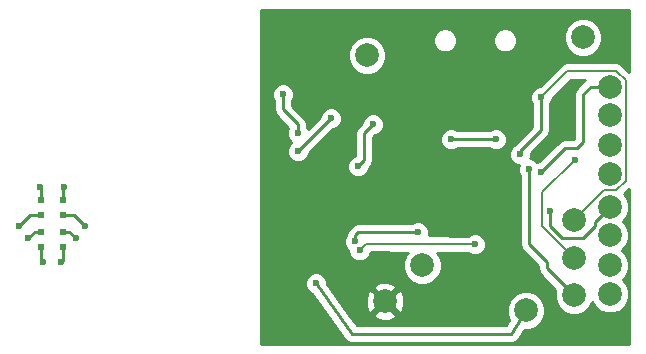
<source format=gbr>
G04 #@! TF.FileFunction,Copper,L2,Bot,Signal*
%FSLAX46Y46*%
G04 Gerber Fmt 4.6, Leading zero omitted, Abs format (unit mm)*
G04 Created by KiCad (PCBNEW 4.0.0-rc1-stable) date 11/13/2015 10:46:54 AM*
%MOMM*%
G01*
G04 APERTURE LIST*
%ADD10C,0.100000*%
%ADD11R,0.500000X0.500000*%
%ADD12C,1.998980*%
%ADD13C,0.600000*%
%ADD14C,0.250000*%
%ADD15C,0.200000*%
%ADD16C,0.254000*%
G04 APERTURE END LIST*
D10*
D11*
X105780000Y-110712000D03*
X105780000Y-109402000D03*
X105780000Y-108022000D03*
X105780000Y-106712000D03*
X107580000Y-106712000D03*
X107580000Y-108022000D03*
X107580000Y-109402000D03*
X107580000Y-110712000D03*
D12*
X133350000Y-94488000D03*
X146812000Y-116078000D03*
X151638000Y-92964000D03*
X138049000Y-112268000D03*
X134874000Y-115316000D03*
X150876000Y-114808000D03*
X150876000Y-111633000D03*
X150876000Y-108458000D03*
X153924000Y-99568000D03*
X153924000Y-102108000D03*
X153924000Y-97138000D03*
X153924000Y-104538000D03*
X153924000Y-109728000D03*
X153924000Y-112268000D03*
X153924000Y-107298000D03*
X153924000Y-114698000D03*
D13*
X127508000Y-101092000D03*
X126238000Y-97790000D03*
X127508000Y-102616000D03*
X130302000Y-99822000D03*
X136652000Y-96012000D03*
X148336000Y-95758000D03*
X143764000Y-115062000D03*
X142494000Y-104902000D03*
X141478000Y-105918000D03*
X143510000Y-104902000D03*
X141478000Y-106934000D03*
X142494000Y-106934000D03*
X143510000Y-106934000D03*
X143510000Y-105918000D03*
X141478000Y-104902000D03*
X138938000Y-102362000D03*
X142494000Y-105918000D03*
X150241000Y-100965000D03*
X132334000Y-110236000D03*
X137668000Y-109474000D03*
X144272000Y-101600000D03*
X140462000Y-101600000D03*
X129032000Y-113792000D03*
X148082000Y-98044000D03*
X146304000Y-102870000D03*
X148082000Y-104394000D03*
X150945300Y-103342500D03*
X147066000Y-104140000D03*
X148844000Y-107696000D03*
X133858000Y-100330000D03*
X132588000Y-103886000D03*
X105918000Y-112014000D03*
X104648000Y-109982000D03*
X103886000Y-108966000D03*
X109474000Y-108966000D03*
X108712000Y-109982000D03*
X107442000Y-112014000D03*
X132722000Y-110984400D03*
X142494000Y-110490000D03*
X105664000Y-105664000D03*
X107696000Y-105664000D03*
D14*
X127508000Y-100330000D02*
X127508000Y-101092000D01*
X126238000Y-99060000D02*
X127508000Y-100330000D01*
X126238000Y-97790000D02*
X126238000Y-99060000D01*
X130302000Y-99822000D02*
X127508000Y-102616000D01*
X132334000Y-109728000D02*
X132334000Y-110236000D01*
X132588000Y-109474000D02*
X132334000Y-109728000D01*
X137668000Y-109474000D02*
X132588000Y-109474000D01*
X144272000Y-101600000D02*
X140462000Y-101600000D01*
X146812000Y-116078000D02*
X145542000Y-118110000D01*
X145542000Y-118110000D02*
X132080000Y-118110000D01*
X132080000Y-118110000D02*
X129032000Y-113792000D01*
X146304000Y-102616000D02*
X146304000Y-102870000D01*
X148082000Y-100838000D02*
X146304000Y-102616000D01*
X148082000Y-98044000D02*
X148082000Y-100838000D01*
D15*
X153416000Y-105918000D02*
X150876000Y-108458000D01*
X154410300Y-105918000D02*
X153416000Y-105918000D01*
X155251600Y-105076700D02*
X154410300Y-105918000D01*
X155251600Y-96602900D02*
X155251600Y-105076700D01*
X154465800Y-95817100D02*
X155251600Y-96602900D01*
X150308900Y-95817100D02*
X154465800Y-95817100D01*
X148082000Y-98044000D02*
X150308900Y-95817100D01*
D14*
X152290000Y-97138000D02*
X153924000Y-97138000D01*
X151638000Y-97790000D02*
X152290000Y-97138000D01*
X151638000Y-101854000D02*
X151638000Y-97790000D01*
X151130000Y-102362000D02*
X151638000Y-101854000D01*
X150114000Y-102362000D02*
X151130000Y-102362000D01*
X148082000Y-104394000D02*
X150114000Y-102362000D01*
D15*
X148198500Y-106089300D02*
X150945300Y-103342500D01*
X148198500Y-108955500D02*
X148198500Y-106089300D01*
X150876000Y-111633000D02*
X148198500Y-108955500D01*
D14*
X148590000Y-112522000D02*
X150876000Y-114808000D01*
X148590000Y-112014000D02*
X148590000Y-112522000D01*
X147066000Y-110490000D02*
X148590000Y-112014000D01*
X147066000Y-104140000D02*
X147066000Y-110490000D01*
X152654000Y-108568000D02*
X153924000Y-107298000D01*
X152654000Y-108966000D02*
X152654000Y-108568000D01*
X151638000Y-109982000D02*
X152654000Y-108966000D01*
X149860000Y-109982000D02*
X151638000Y-109982000D01*
X148844000Y-108966000D02*
X149860000Y-109982000D01*
X148844000Y-107696000D02*
X148844000Y-108966000D01*
X133096000Y-101092000D02*
X133858000Y-100330000D01*
X133096000Y-103378000D02*
X133096000Y-101092000D01*
X132588000Y-103886000D02*
X133096000Y-103378000D01*
X105780000Y-111876000D02*
X105780000Y-110712000D01*
X105918000Y-112014000D02*
X105780000Y-111876000D01*
X105228000Y-109402000D02*
X105780000Y-109402000D01*
X104648000Y-109982000D02*
X105228000Y-109402000D01*
X104830000Y-108022000D02*
X105780000Y-108022000D01*
X103886000Y-108966000D02*
X104830000Y-108022000D01*
X108530000Y-108022000D02*
X107580000Y-108022000D01*
X109474000Y-108966000D02*
X108530000Y-108022000D01*
X108132000Y-109402000D02*
X107580000Y-109402000D01*
X108712000Y-109982000D02*
X108132000Y-109402000D01*
X107580000Y-111876000D02*
X107580000Y-110712000D01*
X107442000Y-112014000D02*
X107580000Y-111876000D01*
D15*
X142494000Y-110490000D02*
X133272400Y-110434000D01*
X133272400Y-110434000D02*
X132722000Y-110984400D01*
D14*
X105780000Y-105780000D02*
X105780000Y-106712000D01*
X105664000Y-105664000D02*
X105780000Y-105780000D01*
X107580000Y-105780000D02*
X107580000Y-106712000D01*
X107696000Y-105664000D02*
X107580000Y-105780000D01*
D16*
G36*
X155575000Y-95886854D02*
X154985523Y-95297377D01*
X154747072Y-95138049D01*
X154465800Y-95082100D01*
X150308900Y-95082100D01*
X150027628Y-95138049D01*
X149789176Y-95297377D01*
X147977645Y-97108908D01*
X147896833Y-97108838D01*
X147553057Y-97250883D01*
X147289808Y-97513673D01*
X147147162Y-97857201D01*
X147146838Y-98229167D01*
X147288883Y-98572943D01*
X147322000Y-98606118D01*
X147322000Y-100523198D01*
X145766599Y-102078599D01*
X145753100Y-102098802D01*
X145511808Y-102339673D01*
X145369162Y-102683201D01*
X145368838Y-103055167D01*
X145510883Y-103398943D01*
X145773673Y-103662192D01*
X146117201Y-103804838D01*
X146192741Y-103804904D01*
X146131162Y-103953201D01*
X146130838Y-104325167D01*
X146272883Y-104668943D01*
X146306000Y-104702118D01*
X146306000Y-110490000D01*
X146363852Y-110780839D01*
X146528599Y-111027401D01*
X147830000Y-112328802D01*
X147830000Y-112522000D01*
X147887852Y-112812839D01*
X148052599Y-113059401D01*
X149310115Y-114316917D01*
X149241794Y-114481453D01*
X149241226Y-115131694D01*
X149489538Y-115732655D01*
X149948927Y-116192846D01*
X150549453Y-116442206D01*
X151199694Y-116442774D01*
X151800655Y-116194462D01*
X152260846Y-115735073D01*
X152422816Y-115345006D01*
X152537538Y-115622655D01*
X152996927Y-116082846D01*
X153597453Y-116332206D01*
X154247694Y-116332774D01*
X154848655Y-116084462D01*
X155308846Y-115625073D01*
X155558206Y-115024547D01*
X155558774Y-114374306D01*
X155310462Y-113773345D01*
X155020520Y-113482897D01*
X155308846Y-113195073D01*
X155558206Y-112594547D01*
X155558774Y-111944306D01*
X155310462Y-111343345D01*
X154965520Y-110997801D01*
X155308846Y-110655073D01*
X155558206Y-110054547D01*
X155558774Y-109404306D01*
X155310462Y-108803345D01*
X155020520Y-108512897D01*
X155308846Y-108225073D01*
X155558206Y-107624547D01*
X155558774Y-106974306D01*
X155310462Y-106373345D01*
X155152569Y-106215177D01*
X155575000Y-105792747D01*
X155575000Y-118924000D01*
X124408000Y-118924000D01*
X124408000Y-113977167D01*
X128096838Y-113977167D01*
X128238883Y-114320943D01*
X128501673Y-114584192D01*
X128726958Y-114677739D01*
X131459105Y-118548280D01*
X131506376Y-118593189D01*
X131542599Y-118647401D01*
X131612843Y-118694337D01*
X131674090Y-118752523D01*
X131734947Y-118775924D01*
X131789161Y-118812148D01*
X131872017Y-118828629D01*
X131950871Y-118858950D01*
X132016053Y-118857280D01*
X132080000Y-118870000D01*
X145542000Y-118870000D01*
X145626638Y-118853164D01*
X145712893Y-118850537D01*
X145770680Y-118824512D01*
X145832839Y-118812148D01*
X145904591Y-118764205D01*
X145983276Y-118728769D01*
X146026705Y-118682611D01*
X146079401Y-118647401D01*
X146127343Y-118575650D01*
X146186479Y-118512799D01*
X146686740Y-117712382D01*
X147135694Y-117712774D01*
X147736655Y-117464462D01*
X148196846Y-117005073D01*
X148446206Y-116404547D01*
X148446774Y-115754306D01*
X148198462Y-115153345D01*
X147739073Y-114693154D01*
X147138547Y-114443794D01*
X146488306Y-114443226D01*
X145887345Y-114691538D01*
X145427154Y-115150927D01*
X145177794Y-115751453D01*
X145177226Y-116401694D01*
X145390644Y-116918205D01*
X145120772Y-117350000D01*
X132473799Y-117350000D01*
X131851327Y-116468163D01*
X133901443Y-116468163D01*
X134000042Y-116734965D01*
X134609582Y-116961401D01*
X135259377Y-116937341D01*
X135747958Y-116734965D01*
X135846557Y-116468163D01*
X134874000Y-115495605D01*
X133901443Y-116468163D01*
X131851327Y-116468163D01*
X130851387Y-115051582D01*
X133228599Y-115051582D01*
X133252659Y-115701377D01*
X133455035Y-116189958D01*
X133721837Y-116288557D01*
X134694395Y-115316000D01*
X135053605Y-115316000D01*
X136026163Y-116288557D01*
X136292965Y-116189958D01*
X136519401Y-115580418D01*
X136495341Y-114930623D01*
X136292965Y-114442042D01*
X136026163Y-114343443D01*
X135053605Y-115316000D01*
X134694395Y-115316000D01*
X133721837Y-114343443D01*
X133455035Y-114442042D01*
X133228599Y-115051582D01*
X130851387Y-115051582D01*
X130224744Y-114163837D01*
X133901443Y-114163837D01*
X134874000Y-115136395D01*
X135846557Y-114163837D01*
X135747958Y-113897035D01*
X135138418Y-113670599D01*
X134488623Y-113694659D01*
X134000042Y-113897035D01*
X133901443Y-114163837D01*
X130224744Y-114163837D01*
X129966995Y-113798694D01*
X129967162Y-113606833D01*
X129825117Y-113263057D01*
X129562327Y-112999808D01*
X129218799Y-112857162D01*
X128846833Y-112856838D01*
X128503057Y-112998883D01*
X128239808Y-113261673D01*
X128097162Y-113605201D01*
X128096838Y-113977167D01*
X124408000Y-113977167D01*
X124408000Y-110421167D01*
X131398838Y-110421167D01*
X131540883Y-110764943D01*
X131786976Y-111011466D01*
X131786838Y-111169567D01*
X131928883Y-111513343D01*
X132191673Y-111776592D01*
X132535201Y-111919238D01*
X132907167Y-111919562D01*
X133250943Y-111777517D01*
X133514192Y-111514727D01*
X133656776Y-111171347D01*
X136814818Y-111190525D01*
X136664154Y-111340927D01*
X136414794Y-111941453D01*
X136414226Y-112591694D01*
X136662538Y-113192655D01*
X137121927Y-113652846D01*
X137722453Y-113902206D01*
X138372694Y-113902774D01*
X138973655Y-113654462D01*
X139433846Y-113195073D01*
X139683206Y-112594547D01*
X139683774Y-111944306D01*
X139435462Y-111343345D01*
X139297962Y-111205605D01*
X141903011Y-111221424D01*
X141963673Y-111282192D01*
X142307201Y-111424838D01*
X142679167Y-111425162D01*
X143022943Y-111283117D01*
X143286192Y-111020327D01*
X143428838Y-110676799D01*
X143429162Y-110304833D01*
X143287117Y-109961057D01*
X143024327Y-109697808D01*
X142680799Y-109555162D01*
X142308833Y-109554838D01*
X141965057Y-109696883D01*
X141910402Y-109751443D01*
X138573613Y-109731180D01*
X138602838Y-109660799D01*
X138603162Y-109288833D01*
X138461117Y-108945057D01*
X138198327Y-108681808D01*
X137854799Y-108539162D01*
X137482833Y-108538838D01*
X137139057Y-108680883D01*
X137105882Y-108714000D01*
X132588000Y-108714000D01*
X132297160Y-108771852D01*
X132050599Y-108936599D01*
X131796599Y-109190599D01*
X131631852Y-109437161D01*
X131587518Y-109660043D01*
X131541808Y-109705673D01*
X131399162Y-110049201D01*
X131398838Y-110421167D01*
X124408000Y-110421167D01*
X124408000Y-104071167D01*
X131652838Y-104071167D01*
X131794883Y-104414943D01*
X132057673Y-104678192D01*
X132401201Y-104820838D01*
X132773167Y-104821162D01*
X133116943Y-104679117D01*
X133380192Y-104416327D01*
X133522838Y-104072799D01*
X133522879Y-104025923D01*
X133633401Y-103915401D01*
X133707060Y-103805162D01*
X133798148Y-103668839D01*
X133856000Y-103378000D01*
X133856000Y-101785167D01*
X139526838Y-101785167D01*
X139668883Y-102128943D01*
X139931673Y-102392192D01*
X140275201Y-102534838D01*
X140647167Y-102535162D01*
X140990943Y-102393117D01*
X141024118Y-102360000D01*
X143709537Y-102360000D01*
X143741673Y-102392192D01*
X144085201Y-102534838D01*
X144457167Y-102535162D01*
X144800943Y-102393117D01*
X145064192Y-102130327D01*
X145206838Y-101786799D01*
X145207162Y-101414833D01*
X145065117Y-101071057D01*
X144802327Y-100807808D01*
X144458799Y-100665162D01*
X144086833Y-100664838D01*
X143743057Y-100806883D01*
X143709882Y-100840000D01*
X141024463Y-100840000D01*
X140992327Y-100807808D01*
X140648799Y-100665162D01*
X140276833Y-100664838D01*
X139933057Y-100806883D01*
X139669808Y-101069673D01*
X139527162Y-101413201D01*
X139526838Y-101785167D01*
X133856000Y-101785167D01*
X133856000Y-101406802D01*
X133997680Y-101265122D01*
X134043167Y-101265162D01*
X134386943Y-101123117D01*
X134650192Y-100860327D01*
X134792838Y-100516799D01*
X134793162Y-100144833D01*
X134651117Y-99801057D01*
X134388327Y-99537808D01*
X134044799Y-99395162D01*
X133672833Y-99394838D01*
X133329057Y-99536883D01*
X133065808Y-99799673D01*
X132923162Y-100143201D01*
X132923121Y-100190077D01*
X132558599Y-100554599D01*
X132393852Y-100801161D01*
X132336000Y-101092000D01*
X132336000Y-102978453D01*
X132059057Y-103092883D01*
X131795808Y-103355673D01*
X131653162Y-103699201D01*
X131652838Y-104071167D01*
X124408000Y-104071167D01*
X124408000Y-97975167D01*
X125302838Y-97975167D01*
X125444883Y-98318943D01*
X125478000Y-98352118D01*
X125478000Y-99060000D01*
X125535852Y-99350839D01*
X125700599Y-99597401D01*
X126700863Y-100597665D01*
X126573162Y-100905201D01*
X126572838Y-101277167D01*
X126714883Y-101620943D01*
X126947709Y-101854176D01*
X126715808Y-102085673D01*
X126573162Y-102429201D01*
X126572838Y-102801167D01*
X126714883Y-103144943D01*
X126977673Y-103408192D01*
X127321201Y-103550838D01*
X127693167Y-103551162D01*
X128036943Y-103409117D01*
X128300192Y-103146327D01*
X128442838Y-102802799D01*
X128442879Y-102755923D01*
X130441680Y-100757122D01*
X130487167Y-100757162D01*
X130830943Y-100615117D01*
X131094192Y-100352327D01*
X131236838Y-100008799D01*
X131237162Y-99636833D01*
X131095117Y-99293057D01*
X130832327Y-99029808D01*
X130488799Y-98887162D01*
X130116833Y-98886838D01*
X129773057Y-99028883D01*
X129509808Y-99291673D01*
X129367162Y-99635201D01*
X129367121Y-99682077D01*
X128355215Y-100693983D01*
X128301117Y-100563057D01*
X128268000Y-100529882D01*
X128268000Y-100330000D01*
X128210148Y-100039161D01*
X128210148Y-100039160D01*
X128045401Y-99792599D01*
X126998000Y-98745198D01*
X126998000Y-98352463D01*
X127030192Y-98320327D01*
X127172838Y-97976799D01*
X127173162Y-97604833D01*
X127031117Y-97261057D01*
X126768327Y-96997808D01*
X126424799Y-96855162D01*
X126052833Y-96854838D01*
X125709057Y-96996883D01*
X125445808Y-97259673D01*
X125303162Y-97603201D01*
X125302838Y-97975167D01*
X124408000Y-97975167D01*
X124408000Y-94811694D01*
X131715226Y-94811694D01*
X131963538Y-95412655D01*
X132422927Y-95872846D01*
X133023453Y-96122206D01*
X133673694Y-96122774D01*
X134274655Y-95874462D01*
X134734846Y-95415073D01*
X134984206Y-94814547D01*
X134984774Y-94164306D01*
X134736462Y-93563345D01*
X134592577Y-93419208D01*
X138937824Y-93419208D01*
X139092175Y-93792766D01*
X139377731Y-94078821D01*
X139751018Y-94233824D01*
X140155208Y-94234176D01*
X140528766Y-94079825D01*
X140814821Y-93794269D01*
X140969824Y-93420982D01*
X140969825Y-93419208D01*
X144017824Y-93419208D01*
X144172175Y-93792766D01*
X144457731Y-94078821D01*
X144831018Y-94233824D01*
X145235208Y-94234176D01*
X145608766Y-94079825D01*
X145894821Y-93794269D01*
X146049824Y-93420982D01*
X146049940Y-93287694D01*
X150003226Y-93287694D01*
X150251538Y-93888655D01*
X150710927Y-94348846D01*
X151311453Y-94598206D01*
X151961694Y-94598774D01*
X152562655Y-94350462D01*
X153022846Y-93891073D01*
X153272206Y-93290547D01*
X153272774Y-92640306D01*
X153024462Y-92039345D01*
X152565073Y-91579154D01*
X151964547Y-91329794D01*
X151314306Y-91329226D01*
X150713345Y-91577538D01*
X150253154Y-92036927D01*
X150003794Y-92637453D01*
X150003226Y-93287694D01*
X146049940Y-93287694D01*
X146050176Y-93016792D01*
X145895825Y-92643234D01*
X145610269Y-92357179D01*
X145236982Y-92202176D01*
X144832792Y-92201824D01*
X144459234Y-92356175D01*
X144173179Y-92641731D01*
X144018176Y-93015018D01*
X144017824Y-93419208D01*
X140969825Y-93419208D01*
X140970176Y-93016792D01*
X140815825Y-92643234D01*
X140530269Y-92357179D01*
X140156982Y-92202176D01*
X139752792Y-92201824D01*
X139379234Y-92356175D01*
X139093179Y-92641731D01*
X138938176Y-93015018D01*
X138937824Y-93419208D01*
X134592577Y-93419208D01*
X134277073Y-93103154D01*
X133676547Y-92853794D01*
X133026306Y-92853226D01*
X132425345Y-93101538D01*
X131965154Y-93560927D01*
X131715794Y-94161453D01*
X131715226Y-94811694D01*
X124408000Y-94811694D01*
X124408000Y-90626000D01*
X155575000Y-90626000D01*
X155575000Y-95886854D01*
X155575000Y-95886854D01*
G37*
X155575000Y-95886854D02*
X154985523Y-95297377D01*
X154747072Y-95138049D01*
X154465800Y-95082100D01*
X150308900Y-95082100D01*
X150027628Y-95138049D01*
X149789176Y-95297377D01*
X147977645Y-97108908D01*
X147896833Y-97108838D01*
X147553057Y-97250883D01*
X147289808Y-97513673D01*
X147147162Y-97857201D01*
X147146838Y-98229167D01*
X147288883Y-98572943D01*
X147322000Y-98606118D01*
X147322000Y-100523198D01*
X145766599Y-102078599D01*
X145753100Y-102098802D01*
X145511808Y-102339673D01*
X145369162Y-102683201D01*
X145368838Y-103055167D01*
X145510883Y-103398943D01*
X145773673Y-103662192D01*
X146117201Y-103804838D01*
X146192741Y-103804904D01*
X146131162Y-103953201D01*
X146130838Y-104325167D01*
X146272883Y-104668943D01*
X146306000Y-104702118D01*
X146306000Y-110490000D01*
X146363852Y-110780839D01*
X146528599Y-111027401D01*
X147830000Y-112328802D01*
X147830000Y-112522000D01*
X147887852Y-112812839D01*
X148052599Y-113059401D01*
X149310115Y-114316917D01*
X149241794Y-114481453D01*
X149241226Y-115131694D01*
X149489538Y-115732655D01*
X149948927Y-116192846D01*
X150549453Y-116442206D01*
X151199694Y-116442774D01*
X151800655Y-116194462D01*
X152260846Y-115735073D01*
X152422816Y-115345006D01*
X152537538Y-115622655D01*
X152996927Y-116082846D01*
X153597453Y-116332206D01*
X154247694Y-116332774D01*
X154848655Y-116084462D01*
X155308846Y-115625073D01*
X155558206Y-115024547D01*
X155558774Y-114374306D01*
X155310462Y-113773345D01*
X155020520Y-113482897D01*
X155308846Y-113195073D01*
X155558206Y-112594547D01*
X155558774Y-111944306D01*
X155310462Y-111343345D01*
X154965520Y-110997801D01*
X155308846Y-110655073D01*
X155558206Y-110054547D01*
X155558774Y-109404306D01*
X155310462Y-108803345D01*
X155020520Y-108512897D01*
X155308846Y-108225073D01*
X155558206Y-107624547D01*
X155558774Y-106974306D01*
X155310462Y-106373345D01*
X155152569Y-106215177D01*
X155575000Y-105792747D01*
X155575000Y-118924000D01*
X124408000Y-118924000D01*
X124408000Y-113977167D01*
X128096838Y-113977167D01*
X128238883Y-114320943D01*
X128501673Y-114584192D01*
X128726958Y-114677739D01*
X131459105Y-118548280D01*
X131506376Y-118593189D01*
X131542599Y-118647401D01*
X131612843Y-118694337D01*
X131674090Y-118752523D01*
X131734947Y-118775924D01*
X131789161Y-118812148D01*
X131872017Y-118828629D01*
X131950871Y-118858950D01*
X132016053Y-118857280D01*
X132080000Y-118870000D01*
X145542000Y-118870000D01*
X145626638Y-118853164D01*
X145712893Y-118850537D01*
X145770680Y-118824512D01*
X145832839Y-118812148D01*
X145904591Y-118764205D01*
X145983276Y-118728769D01*
X146026705Y-118682611D01*
X146079401Y-118647401D01*
X146127343Y-118575650D01*
X146186479Y-118512799D01*
X146686740Y-117712382D01*
X147135694Y-117712774D01*
X147736655Y-117464462D01*
X148196846Y-117005073D01*
X148446206Y-116404547D01*
X148446774Y-115754306D01*
X148198462Y-115153345D01*
X147739073Y-114693154D01*
X147138547Y-114443794D01*
X146488306Y-114443226D01*
X145887345Y-114691538D01*
X145427154Y-115150927D01*
X145177794Y-115751453D01*
X145177226Y-116401694D01*
X145390644Y-116918205D01*
X145120772Y-117350000D01*
X132473799Y-117350000D01*
X131851327Y-116468163D01*
X133901443Y-116468163D01*
X134000042Y-116734965D01*
X134609582Y-116961401D01*
X135259377Y-116937341D01*
X135747958Y-116734965D01*
X135846557Y-116468163D01*
X134874000Y-115495605D01*
X133901443Y-116468163D01*
X131851327Y-116468163D01*
X130851387Y-115051582D01*
X133228599Y-115051582D01*
X133252659Y-115701377D01*
X133455035Y-116189958D01*
X133721837Y-116288557D01*
X134694395Y-115316000D01*
X135053605Y-115316000D01*
X136026163Y-116288557D01*
X136292965Y-116189958D01*
X136519401Y-115580418D01*
X136495341Y-114930623D01*
X136292965Y-114442042D01*
X136026163Y-114343443D01*
X135053605Y-115316000D01*
X134694395Y-115316000D01*
X133721837Y-114343443D01*
X133455035Y-114442042D01*
X133228599Y-115051582D01*
X130851387Y-115051582D01*
X130224744Y-114163837D01*
X133901443Y-114163837D01*
X134874000Y-115136395D01*
X135846557Y-114163837D01*
X135747958Y-113897035D01*
X135138418Y-113670599D01*
X134488623Y-113694659D01*
X134000042Y-113897035D01*
X133901443Y-114163837D01*
X130224744Y-114163837D01*
X129966995Y-113798694D01*
X129967162Y-113606833D01*
X129825117Y-113263057D01*
X129562327Y-112999808D01*
X129218799Y-112857162D01*
X128846833Y-112856838D01*
X128503057Y-112998883D01*
X128239808Y-113261673D01*
X128097162Y-113605201D01*
X128096838Y-113977167D01*
X124408000Y-113977167D01*
X124408000Y-110421167D01*
X131398838Y-110421167D01*
X131540883Y-110764943D01*
X131786976Y-111011466D01*
X131786838Y-111169567D01*
X131928883Y-111513343D01*
X132191673Y-111776592D01*
X132535201Y-111919238D01*
X132907167Y-111919562D01*
X133250943Y-111777517D01*
X133514192Y-111514727D01*
X133656776Y-111171347D01*
X136814818Y-111190525D01*
X136664154Y-111340927D01*
X136414794Y-111941453D01*
X136414226Y-112591694D01*
X136662538Y-113192655D01*
X137121927Y-113652846D01*
X137722453Y-113902206D01*
X138372694Y-113902774D01*
X138973655Y-113654462D01*
X139433846Y-113195073D01*
X139683206Y-112594547D01*
X139683774Y-111944306D01*
X139435462Y-111343345D01*
X139297962Y-111205605D01*
X141903011Y-111221424D01*
X141963673Y-111282192D01*
X142307201Y-111424838D01*
X142679167Y-111425162D01*
X143022943Y-111283117D01*
X143286192Y-111020327D01*
X143428838Y-110676799D01*
X143429162Y-110304833D01*
X143287117Y-109961057D01*
X143024327Y-109697808D01*
X142680799Y-109555162D01*
X142308833Y-109554838D01*
X141965057Y-109696883D01*
X141910402Y-109751443D01*
X138573613Y-109731180D01*
X138602838Y-109660799D01*
X138603162Y-109288833D01*
X138461117Y-108945057D01*
X138198327Y-108681808D01*
X137854799Y-108539162D01*
X137482833Y-108538838D01*
X137139057Y-108680883D01*
X137105882Y-108714000D01*
X132588000Y-108714000D01*
X132297160Y-108771852D01*
X132050599Y-108936599D01*
X131796599Y-109190599D01*
X131631852Y-109437161D01*
X131587518Y-109660043D01*
X131541808Y-109705673D01*
X131399162Y-110049201D01*
X131398838Y-110421167D01*
X124408000Y-110421167D01*
X124408000Y-104071167D01*
X131652838Y-104071167D01*
X131794883Y-104414943D01*
X132057673Y-104678192D01*
X132401201Y-104820838D01*
X132773167Y-104821162D01*
X133116943Y-104679117D01*
X133380192Y-104416327D01*
X133522838Y-104072799D01*
X133522879Y-104025923D01*
X133633401Y-103915401D01*
X133707060Y-103805162D01*
X133798148Y-103668839D01*
X133856000Y-103378000D01*
X133856000Y-101785167D01*
X139526838Y-101785167D01*
X139668883Y-102128943D01*
X139931673Y-102392192D01*
X140275201Y-102534838D01*
X140647167Y-102535162D01*
X140990943Y-102393117D01*
X141024118Y-102360000D01*
X143709537Y-102360000D01*
X143741673Y-102392192D01*
X144085201Y-102534838D01*
X144457167Y-102535162D01*
X144800943Y-102393117D01*
X145064192Y-102130327D01*
X145206838Y-101786799D01*
X145207162Y-101414833D01*
X145065117Y-101071057D01*
X144802327Y-100807808D01*
X144458799Y-100665162D01*
X144086833Y-100664838D01*
X143743057Y-100806883D01*
X143709882Y-100840000D01*
X141024463Y-100840000D01*
X140992327Y-100807808D01*
X140648799Y-100665162D01*
X140276833Y-100664838D01*
X139933057Y-100806883D01*
X139669808Y-101069673D01*
X139527162Y-101413201D01*
X139526838Y-101785167D01*
X133856000Y-101785167D01*
X133856000Y-101406802D01*
X133997680Y-101265122D01*
X134043167Y-101265162D01*
X134386943Y-101123117D01*
X134650192Y-100860327D01*
X134792838Y-100516799D01*
X134793162Y-100144833D01*
X134651117Y-99801057D01*
X134388327Y-99537808D01*
X134044799Y-99395162D01*
X133672833Y-99394838D01*
X133329057Y-99536883D01*
X133065808Y-99799673D01*
X132923162Y-100143201D01*
X132923121Y-100190077D01*
X132558599Y-100554599D01*
X132393852Y-100801161D01*
X132336000Y-101092000D01*
X132336000Y-102978453D01*
X132059057Y-103092883D01*
X131795808Y-103355673D01*
X131653162Y-103699201D01*
X131652838Y-104071167D01*
X124408000Y-104071167D01*
X124408000Y-97975167D01*
X125302838Y-97975167D01*
X125444883Y-98318943D01*
X125478000Y-98352118D01*
X125478000Y-99060000D01*
X125535852Y-99350839D01*
X125700599Y-99597401D01*
X126700863Y-100597665D01*
X126573162Y-100905201D01*
X126572838Y-101277167D01*
X126714883Y-101620943D01*
X126947709Y-101854176D01*
X126715808Y-102085673D01*
X126573162Y-102429201D01*
X126572838Y-102801167D01*
X126714883Y-103144943D01*
X126977673Y-103408192D01*
X127321201Y-103550838D01*
X127693167Y-103551162D01*
X128036943Y-103409117D01*
X128300192Y-103146327D01*
X128442838Y-102802799D01*
X128442879Y-102755923D01*
X130441680Y-100757122D01*
X130487167Y-100757162D01*
X130830943Y-100615117D01*
X131094192Y-100352327D01*
X131236838Y-100008799D01*
X131237162Y-99636833D01*
X131095117Y-99293057D01*
X130832327Y-99029808D01*
X130488799Y-98887162D01*
X130116833Y-98886838D01*
X129773057Y-99028883D01*
X129509808Y-99291673D01*
X129367162Y-99635201D01*
X129367121Y-99682077D01*
X128355215Y-100693983D01*
X128301117Y-100563057D01*
X128268000Y-100529882D01*
X128268000Y-100330000D01*
X128210148Y-100039161D01*
X128210148Y-100039160D01*
X128045401Y-99792599D01*
X126998000Y-98745198D01*
X126998000Y-98352463D01*
X127030192Y-98320327D01*
X127172838Y-97976799D01*
X127173162Y-97604833D01*
X127031117Y-97261057D01*
X126768327Y-96997808D01*
X126424799Y-96855162D01*
X126052833Y-96854838D01*
X125709057Y-96996883D01*
X125445808Y-97259673D01*
X125303162Y-97603201D01*
X125302838Y-97975167D01*
X124408000Y-97975167D01*
X124408000Y-94811694D01*
X131715226Y-94811694D01*
X131963538Y-95412655D01*
X132422927Y-95872846D01*
X133023453Y-96122206D01*
X133673694Y-96122774D01*
X134274655Y-95874462D01*
X134734846Y-95415073D01*
X134984206Y-94814547D01*
X134984774Y-94164306D01*
X134736462Y-93563345D01*
X134592577Y-93419208D01*
X138937824Y-93419208D01*
X139092175Y-93792766D01*
X139377731Y-94078821D01*
X139751018Y-94233824D01*
X140155208Y-94234176D01*
X140528766Y-94079825D01*
X140814821Y-93794269D01*
X140969824Y-93420982D01*
X140969825Y-93419208D01*
X144017824Y-93419208D01*
X144172175Y-93792766D01*
X144457731Y-94078821D01*
X144831018Y-94233824D01*
X145235208Y-94234176D01*
X145608766Y-94079825D01*
X145894821Y-93794269D01*
X146049824Y-93420982D01*
X146049940Y-93287694D01*
X150003226Y-93287694D01*
X150251538Y-93888655D01*
X150710927Y-94348846D01*
X151311453Y-94598206D01*
X151961694Y-94598774D01*
X152562655Y-94350462D01*
X153022846Y-93891073D01*
X153272206Y-93290547D01*
X153272774Y-92640306D01*
X153024462Y-92039345D01*
X152565073Y-91579154D01*
X151964547Y-91329794D01*
X151314306Y-91329226D01*
X150713345Y-91577538D01*
X150253154Y-92036927D01*
X150003794Y-92637453D01*
X150003226Y-93287694D01*
X146049940Y-93287694D01*
X146050176Y-93016792D01*
X145895825Y-92643234D01*
X145610269Y-92357179D01*
X145236982Y-92202176D01*
X144832792Y-92201824D01*
X144459234Y-92356175D01*
X144173179Y-92641731D01*
X144018176Y-93015018D01*
X144017824Y-93419208D01*
X140969825Y-93419208D01*
X140970176Y-93016792D01*
X140815825Y-92643234D01*
X140530269Y-92357179D01*
X140156982Y-92202176D01*
X139752792Y-92201824D01*
X139379234Y-92356175D01*
X139093179Y-92641731D01*
X138938176Y-93015018D01*
X138937824Y-93419208D01*
X134592577Y-93419208D01*
X134277073Y-93103154D01*
X133676547Y-92853794D01*
X133026306Y-92853226D01*
X132425345Y-93101538D01*
X131965154Y-93560927D01*
X131715794Y-94161453D01*
X131715226Y-94811694D01*
X124408000Y-94811694D01*
X124408000Y-90626000D01*
X155575000Y-90626000D01*
X155575000Y-95886854D01*
G36*
X151752599Y-96600599D02*
X151100599Y-97252599D01*
X150935852Y-97499161D01*
X150878000Y-97790000D01*
X150878000Y-101539198D01*
X150815198Y-101602000D01*
X150114000Y-101602000D01*
X149823161Y-101659852D01*
X149576599Y-101824599D01*
X147942320Y-103458878D01*
X147896833Y-103458838D01*
X147762551Y-103514322D01*
X147596327Y-103347808D01*
X147252799Y-103205162D01*
X147177259Y-103205096D01*
X147238838Y-103056799D01*
X147239100Y-102755702D01*
X148619401Y-101375401D01*
X148784148Y-101128839D01*
X148842000Y-100838000D01*
X148842000Y-98606463D01*
X148874192Y-98574327D01*
X149016838Y-98230799D01*
X149016910Y-98148537D01*
X150613347Y-96552100D01*
X151825183Y-96552100D01*
X151752599Y-96600599D01*
X151752599Y-96600599D01*
G37*
X151752599Y-96600599D02*
X151100599Y-97252599D01*
X150935852Y-97499161D01*
X150878000Y-97790000D01*
X150878000Y-101539198D01*
X150815198Y-101602000D01*
X150114000Y-101602000D01*
X149823161Y-101659852D01*
X149576599Y-101824599D01*
X147942320Y-103458878D01*
X147896833Y-103458838D01*
X147762551Y-103514322D01*
X147596327Y-103347808D01*
X147252799Y-103205162D01*
X147177259Y-103205096D01*
X147238838Y-103056799D01*
X147239100Y-102755702D01*
X148619401Y-101375401D01*
X148784148Y-101128839D01*
X148842000Y-100838000D01*
X148842000Y-98606463D01*
X148874192Y-98574327D01*
X149016838Y-98230799D01*
X149016910Y-98148537D01*
X150613347Y-96552100D01*
X151825183Y-96552100D01*
X151752599Y-96600599D01*
M02*

</source>
